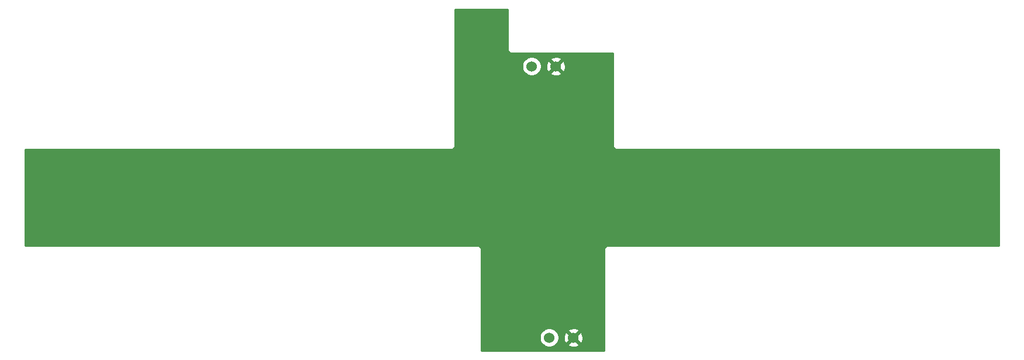
<source format=gbr>
G04 #@! TF.GenerationSoftware,KiCad,Pcbnew,5.1.2-f72e74a~84~ubuntu18.04.1*
G04 #@! TF.CreationDate,2019-11-12T11:29:02+01:00*
G04 #@! TF.ProjectId,matched_rf_amp,6d617463-6865-4645-9f72-665f616d702e,rev?*
G04 #@! TF.SameCoordinates,Original*
G04 #@! TF.FileFunction,Copper,L2,Bot*
G04 #@! TF.FilePolarity,Positive*
%FSLAX46Y46*%
G04 Gerber Fmt 4.6, Leading zero omitted, Abs format (unit mm)*
G04 Created by KiCad (PCBNEW 5.1.2-f72e74a~84~ubuntu18.04.1) date 2019-11-12 11:29:02*
%MOMM*%
%LPD*%
G04 APERTURE LIST*
%ADD10C,1.524000*%
%ADD11C,0.800000*%
%ADD12C,0.254000*%
G04 APERTURE END LIST*
D10*
X153670000Y-144780000D03*
X150170000Y-144780000D03*
X151130000Y-105410000D03*
X147630000Y-105410000D03*
D11*
X214630000Y-127000000D03*
X213360000Y-127000000D03*
X212090000Y-127000000D03*
X214630000Y-121920000D03*
X213360000Y-121920000D03*
X212090000Y-121920000D03*
X77470000Y-127000000D03*
X76200000Y-127000000D03*
X74930000Y-127000000D03*
X74930000Y-121920000D03*
X76200000Y-121920000D03*
X77470000Y-121920000D03*
X139616250Y-118026250D03*
X139700000Y-113030000D03*
X139616250Y-107866250D03*
X139700000Y-104140000D03*
X152567500Y-133350000D03*
X143510000Y-133350000D03*
D12*
G36*
X144120000Y-102837581D02*
G01*
X144116807Y-102870000D01*
X144129550Y-102999383D01*
X144167290Y-103123793D01*
X144228575Y-103238450D01*
X144311052Y-103338948D01*
X144411550Y-103421425D01*
X144526207Y-103482710D01*
X144650617Y-103520450D01*
X144780000Y-103533193D01*
X144812419Y-103530000D01*
X159360001Y-103530000D01*
X159360000Y-116807581D01*
X159356807Y-116840000D01*
X159369550Y-116969383D01*
X159407290Y-117093793D01*
X159468575Y-117208450D01*
X159551052Y-117308948D01*
X159651550Y-117391425D01*
X159766207Y-117452710D01*
X159890617Y-117490450D01*
X160020000Y-117503193D01*
X160052419Y-117500000D01*
X215240000Y-117500000D01*
X215240001Y-131420000D01*
X158782419Y-131420000D01*
X158750000Y-131416807D01*
X158717581Y-131420000D01*
X158620617Y-131429550D01*
X158496207Y-131467290D01*
X158381550Y-131528575D01*
X158281052Y-131611052D01*
X158198575Y-131711550D01*
X158137290Y-131826207D01*
X158099550Y-131950617D01*
X158086807Y-132080000D01*
X158090001Y-132112429D01*
X158090000Y-146660000D01*
X140360000Y-146660000D01*
X140360000Y-144642408D01*
X148773000Y-144642408D01*
X148773000Y-144917592D01*
X148826686Y-145187490D01*
X148931995Y-145441727D01*
X149084880Y-145670535D01*
X149279465Y-145865120D01*
X149508273Y-146018005D01*
X149762510Y-146123314D01*
X150032408Y-146177000D01*
X150307592Y-146177000D01*
X150577490Y-146123314D01*
X150831727Y-146018005D01*
X151060535Y-145865120D01*
X151180090Y-145745565D01*
X152884040Y-145745565D01*
X152951020Y-145985656D01*
X153200048Y-146102756D01*
X153467135Y-146169023D01*
X153742017Y-146181910D01*
X154014133Y-146140922D01*
X154273023Y-146047636D01*
X154388980Y-145985656D01*
X154455960Y-145745565D01*
X153670000Y-144959605D01*
X152884040Y-145745565D01*
X151180090Y-145745565D01*
X151255120Y-145670535D01*
X151408005Y-145441727D01*
X151513314Y-145187490D01*
X151567000Y-144917592D01*
X151567000Y-144852017D01*
X152268090Y-144852017D01*
X152309078Y-145124133D01*
X152402364Y-145383023D01*
X152464344Y-145498980D01*
X152704435Y-145565960D01*
X153490395Y-144780000D01*
X153849605Y-144780000D01*
X154635565Y-145565960D01*
X154875656Y-145498980D01*
X154992756Y-145249952D01*
X155059023Y-144982865D01*
X155071910Y-144707983D01*
X155030922Y-144435867D01*
X154937636Y-144176977D01*
X154875656Y-144061020D01*
X154635565Y-143994040D01*
X153849605Y-144780000D01*
X153490395Y-144780000D01*
X152704435Y-143994040D01*
X152464344Y-144061020D01*
X152347244Y-144310048D01*
X152280977Y-144577135D01*
X152268090Y-144852017D01*
X151567000Y-144852017D01*
X151567000Y-144642408D01*
X151513314Y-144372510D01*
X151408005Y-144118273D01*
X151255120Y-143889465D01*
X151180090Y-143814435D01*
X152884040Y-143814435D01*
X153670000Y-144600395D01*
X154455960Y-143814435D01*
X154388980Y-143574344D01*
X154139952Y-143457244D01*
X153872865Y-143390977D01*
X153597983Y-143378090D01*
X153325867Y-143419078D01*
X153066977Y-143512364D01*
X152951020Y-143574344D01*
X152884040Y-143814435D01*
X151180090Y-143814435D01*
X151060535Y-143694880D01*
X150831727Y-143541995D01*
X150577490Y-143436686D01*
X150307592Y-143383000D01*
X150032408Y-143383000D01*
X149762510Y-143436686D01*
X149508273Y-143541995D01*
X149279465Y-143694880D01*
X149084880Y-143889465D01*
X148931995Y-144118273D01*
X148826686Y-144372510D01*
X148773000Y-144642408D01*
X140360000Y-144642408D01*
X140360000Y-132112419D01*
X140363193Y-132080000D01*
X140350450Y-131950617D01*
X140312710Y-131826207D01*
X140251425Y-131711550D01*
X140168948Y-131611052D01*
X140068450Y-131528575D01*
X139953793Y-131467290D01*
X139829383Y-131429550D01*
X139732419Y-131420000D01*
X139700000Y-131416807D01*
X139667581Y-131420000D01*
X74320000Y-131420000D01*
X74320000Y-117500000D01*
X135857581Y-117500000D01*
X135890000Y-117503193D01*
X135922419Y-117500000D01*
X136019383Y-117490450D01*
X136143793Y-117452710D01*
X136258450Y-117391425D01*
X136358948Y-117308948D01*
X136441425Y-117208450D01*
X136502710Y-117093793D01*
X136540450Y-116969383D01*
X136553193Y-116840000D01*
X136550000Y-116807581D01*
X136550000Y-105272408D01*
X146233000Y-105272408D01*
X146233000Y-105547592D01*
X146286686Y-105817490D01*
X146391995Y-106071727D01*
X146544880Y-106300535D01*
X146739465Y-106495120D01*
X146968273Y-106648005D01*
X147222510Y-106753314D01*
X147492408Y-106807000D01*
X147767592Y-106807000D01*
X148037490Y-106753314D01*
X148291727Y-106648005D01*
X148520535Y-106495120D01*
X148640090Y-106375565D01*
X150344040Y-106375565D01*
X150411020Y-106615656D01*
X150660048Y-106732756D01*
X150927135Y-106799023D01*
X151202017Y-106811910D01*
X151474133Y-106770922D01*
X151733023Y-106677636D01*
X151848980Y-106615656D01*
X151915960Y-106375565D01*
X151130000Y-105589605D01*
X150344040Y-106375565D01*
X148640090Y-106375565D01*
X148715120Y-106300535D01*
X148868005Y-106071727D01*
X148973314Y-105817490D01*
X149027000Y-105547592D01*
X149027000Y-105482017D01*
X149728090Y-105482017D01*
X149769078Y-105754133D01*
X149862364Y-106013023D01*
X149924344Y-106128980D01*
X150164435Y-106195960D01*
X150950395Y-105410000D01*
X151309605Y-105410000D01*
X152095565Y-106195960D01*
X152335656Y-106128980D01*
X152452756Y-105879952D01*
X152519023Y-105612865D01*
X152531910Y-105337983D01*
X152490922Y-105065867D01*
X152397636Y-104806977D01*
X152335656Y-104691020D01*
X152095565Y-104624040D01*
X151309605Y-105410000D01*
X150950395Y-105410000D01*
X150164435Y-104624040D01*
X149924344Y-104691020D01*
X149807244Y-104940048D01*
X149740977Y-105207135D01*
X149728090Y-105482017D01*
X149027000Y-105482017D01*
X149027000Y-105272408D01*
X148973314Y-105002510D01*
X148868005Y-104748273D01*
X148715120Y-104519465D01*
X148640090Y-104444435D01*
X150344040Y-104444435D01*
X151130000Y-105230395D01*
X151915960Y-104444435D01*
X151848980Y-104204344D01*
X151599952Y-104087244D01*
X151332865Y-104020977D01*
X151057983Y-104008090D01*
X150785867Y-104049078D01*
X150526977Y-104142364D01*
X150411020Y-104204344D01*
X150344040Y-104444435D01*
X148640090Y-104444435D01*
X148520535Y-104324880D01*
X148291727Y-104171995D01*
X148037490Y-104066686D01*
X147767592Y-104013000D01*
X147492408Y-104013000D01*
X147222510Y-104066686D01*
X146968273Y-104171995D01*
X146739465Y-104324880D01*
X146544880Y-104519465D01*
X146391995Y-104748273D01*
X146286686Y-105002510D01*
X146233000Y-105272408D01*
X136550000Y-105272408D01*
X136550000Y-97180000D01*
X144120001Y-97180000D01*
X144120000Y-102837581D01*
X144120000Y-102837581D01*
G37*
X144120000Y-102837581D02*
X144116807Y-102870000D01*
X144129550Y-102999383D01*
X144167290Y-103123793D01*
X144228575Y-103238450D01*
X144311052Y-103338948D01*
X144411550Y-103421425D01*
X144526207Y-103482710D01*
X144650617Y-103520450D01*
X144780000Y-103533193D01*
X144812419Y-103530000D01*
X159360001Y-103530000D01*
X159360000Y-116807581D01*
X159356807Y-116840000D01*
X159369550Y-116969383D01*
X159407290Y-117093793D01*
X159468575Y-117208450D01*
X159551052Y-117308948D01*
X159651550Y-117391425D01*
X159766207Y-117452710D01*
X159890617Y-117490450D01*
X160020000Y-117503193D01*
X160052419Y-117500000D01*
X215240000Y-117500000D01*
X215240001Y-131420000D01*
X158782419Y-131420000D01*
X158750000Y-131416807D01*
X158717581Y-131420000D01*
X158620617Y-131429550D01*
X158496207Y-131467290D01*
X158381550Y-131528575D01*
X158281052Y-131611052D01*
X158198575Y-131711550D01*
X158137290Y-131826207D01*
X158099550Y-131950617D01*
X158086807Y-132080000D01*
X158090001Y-132112429D01*
X158090000Y-146660000D01*
X140360000Y-146660000D01*
X140360000Y-144642408D01*
X148773000Y-144642408D01*
X148773000Y-144917592D01*
X148826686Y-145187490D01*
X148931995Y-145441727D01*
X149084880Y-145670535D01*
X149279465Y-145865120D01*
X149508273Y-146018005D01*
X149762510Y-146123314D01*
X150032408Y-146177000D01*
X150307592Y-146177000D01*
X150577490Y-146123314D01*
X150831727Y-146018005D01*
X151060535Y-145865120D01*
X151180090Y-145745565D01*
X152884040Y-145745565D01*
X152951020Y-145985656D01*
X153200048Y-146102756D01*
X153467135Y-146169023D01*
X153742017Y-146181910D01*
X154014133Y-146140922D01*
X154273023Y-146047636D01*
X154388980Y-145985656D01*
X154455960Y-145745565D01*
X153670000Y-144959605D01*
X152884040Y-145745565D01*
X151180090Y-145745565D01*
X151255120Y-145670535D01*
X151408005Y-145441727D01*
X151513314Y-145187490D01*
X151567000Y-144917592D01*
X151567000Y-144852017D01*
X152268090Y-144852017D01*
X152309078Y-145124133D01*
X152402364Y-145383023D01*
X152464344Y-145498980D01*
X152704435Y-145565960D01*
X153490395Y-144780000D01*
X153849605Y-144780000D01*
X154635565Y-145565960D01*
X154875656Y-145498980D01*
X154992756Y-145249952D01*
X155059023Y-144982865D01*
X155071910Y-144707983D01*
X155030922Y-144435867D01*
X154937636Y-144176977D01*
X154875656Y-144061020D01*
X154635565Y-143994040D01*
X153849605Y-144780000D01*
X153490395Y-144780000D01*
X152704435Y-143994040D01*
X152464344Y-144061020D01*
X152347244Y-144310048D01*
X152280977Y-144577135D01*
X152268090Y-144852017D01*
X151567000Y-144852017D01*
X151567000Y-144642408D01*
X151513314Y-144372510D01*
X151408005Y-144118273D01*
X151255120Y-143889465D01*
X151180090Y-143814435D01*
X152884040Y-143814435D01*
X153670000Y-144600395D01*
X154455960Y-143814435D01*
X154388980Y-143574344D01*
X154139952Y-143457244D01*
X153872865Y-143390977D01*
X153597983Y-143378090D01*
X153325867Y-143419078D01*
X153066977Y-143512364D01*
X152951020Y-143574344D01*
X152884040Y-143814435D01*
X151180090Y-143814435D01*
X151060535Y-143694880D01*
X150831727Y-143541995D01*
X150577490Y-143436686D01*
X150307592Y-143383000D01*
X150032408Y-143383000D01*
X149762510Y-143436686D01*
X149508273Y-143541995D01*
X149279465Y-143694880D01*
X149084880Y-143889465D01*
X148931995Y-144118273D01*
X148826686Y-144372510D01*
X148773000Y-144642408D01*
X140360000Y-144642408D01*
X140360000Y-132112419D01*
X140363193Y-132080000D01*
X140350450Y-131950617D01*
X140312710Y-131826207D01*
X140251425Y-131711550D01*
X140168948Y-131611052D01*
X140068450Y-131528575D01*
X139953793Y-131467290D01*
X139829383Y-131429550D01*
X139732419Y-131420000D01*
X139700000Y-131416807D01*
X139667581Y-131420000D01*
X74320000Y-131420000D01*
X74320000Y-117500000D01*
X135857581Y-117500000D01*
X135890000Y-117503193D01*
X135922419Y-117500000D01*
X136019383Y-117490450D01*
X136143793Y-117452710D01*
X136258450Y-117391425D01*
X136358948Y-117308948D01*
X136441425Y-117208450D01*
X136502710Y-117093793D01*
X136540450Y-116969383D01*
X136553193Y-116840000D01*
X136550000Y-116807581D01*
X136550000Y-105272408D01*
X146233000Y-105272408D01*
X146233000Y-105547592D01*
X146286686Y-105817490D01*
X146391995Y-106071727D01*
X146544880Y-106300535D01*
X146739465Y-106495120D01*
X146968273Y-106648005D01*
X147222510Y-106753314D01*
X147492408Y-106807000D01*
X147767592Y-106807000D01*
X148037490Y-106753314D01*
X148291727Y-106648005D01*
X148520535Y-106495120D01*
X148640090Y-106375565D01*
X150344040Y-106375565D01*
X150411020Y-106615656D01*
X150660048Y-106732756D01*
X150927135Y-106799023D01*
X151202017Y-106811910D01*
X151474133Y-106770922D01*
X151733023Y-106677636D01*
X151848980Y-106615656D01*
X151915960Y-106375565D01*
X151130000Y-105589605D01*
X150344040Y-106375565D01*
X148640090Y-106375565D01*
X148715120Y-106300535D01*
X148868005Y-106071727D01*
X148973314Y-105817490D01*
X149027000Y-105547592D01*
X149027000Y-105482017D01*
X149728090Y-105482017D01*
X149769078Y-105754133D01*
X149862364Y-106013023D01*
X149924344Y-106128980D01*
X150164435Y-106195960D01*
X150950395Y-105410000D01*
X151309605Y-105410000D01*
X152095565Y-106195960D01*
X152335656Y-106128980D01*
X152452756Y-105879952D01*
X152519023Y-105612865D01*
X152531910Y-105337983D01*
X152490922Y-105065867D01*
X152397636Y-104806977D01*
X152335656Y-104691020D01*
X152095565Y-104624040D01*
X151309605Y-105410000D01*
X150950395Y-105410000D01*
X150164435Y-104624040D01*
X149924344Y-104691020D01*
X149807244Y-104940048D01*
X149740977Y-105207135D01*
X149728090Y-105482017D01*
X149027000Y-105482017D01*
X149027000Y-105272408D01*
X148973314Y-105002510D01*
X148868005Y-104748273D01*
X148715120Y-104519465D01*
X148640090Y-104444435D01*
X150344040Y-104444435D01*
X151130000Y-105230395D01*
X151915960Y-104444435D01*
X151848980Y-104204344D01*
X151599952Y-104087244D01*
X151332865Y-104020977D01*
X151057983Y-104008090D01*
X150785867Y-104049078D01*
X150526977Y-104142364D01*
X150411020Y-104204344D01*
X150344040Y-104444435D01*
X148640090Y-104444435D01*
X148520535Y-104324880D01*
X148291727Y-104171995D01*
X148037490Y-104066686D01*
X147767592Y-104013000D01*
X147492408Y-104013000D01*
X147222510Y-104066686D01*
X146968273Y-104171995D01*
X146739465Y-104324880D01*
X146544880Y-104519465D01*
X146391995Y-104748273D01*
X146286686Y-105002510D01*
X146233000Y-105272408D01*
X136550000Y-105272408D01*
X136550000Y-97180000D01*
X144120001Y-97180000D01*
X144120000Y-102837581D01*
M02*

</source>
